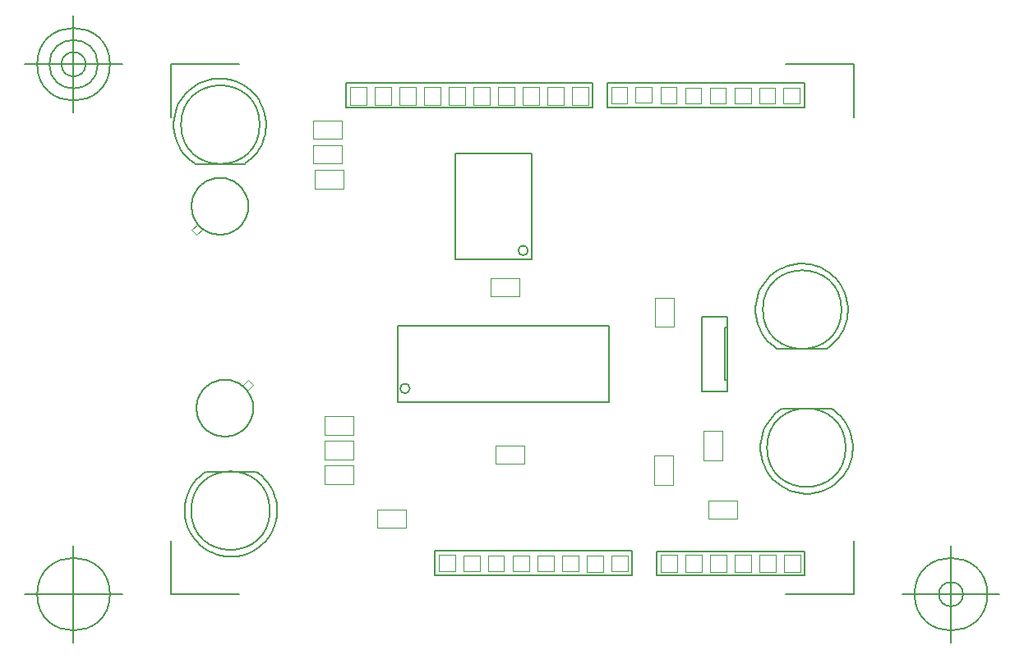
<source format=gbr>
G04 Generated by Ultiboard 13.0 *
%FSLAX34Y34*%
%MOMM*%

%ADD10C,0.0001*%
%ADD11C,0.1778*%
%ADD12C,0.0010*%
%ADD13C,0.2032*%
%ADD14C,0.1000*%
%ADD15C,0.1270*%


G04 ColorRGB 0000FF for the following layer *
%LN3D-Info Top*%
%LPD*%
G54D10*
G54D11*
X471170Y617220D02*
X471059Y619766D01*
X470726Y622292D01*
X470175Y624780D01*
X469408Y627210D01*
X468433Y629565D01*
X467257Y631825D01*
X465887Y633974D01*
X464336Y635996D01*
X462615Y637875D01*
X460736Y639596D01*
X458714Y641147D01*
X456565Y642517D01*
X454305Y643693D01*
X451950Y644668D01*
X449520Y645435D01*
X447032Y645986D01*
X444506Y646319D01*
X441960Y646430D01*
X439414Y646319D01*
X436888Y645986D01*
X434400Y645435D01*
X431970Y644668D01*
X429615Y643693D01*
X427355Y642517D01*
X425206Y641147D01*
X423184Y639596D01*
X421305Y637875D01*
X419584Y635996D01*
X418033Y633974D01*
X416663Y631825D01*
X415487Y629565D01*
X414512Y627210D01*
X413745Y624780D01*
X413194Y622292D01*
X412861Y619766D01*
X412750Y617220D01*
X412861Y614674D01*
X413194Y612148D01*
X413745Y609660D01*
X414512Y607230D01*
X415487Y604875D01*
X416663Y602615D01*
X418033Y600466D01*
X419584Y598444D01*
X421305Y596565D01*
X423184Y594844D01*
X425206Y593293D01*
X427355Y591923D01*
X429615Y590747D01*
X431970Y589772D01*
X434400Y589005D01*
X436888Y588454D01*
X439414Y588121D01*
X441960Y588010D01*
X444506Y588121D01*
X447032Y588454D01*
X449520Y589005D01*
X451950Y589772D01*
X454305Y590747D01*
X456565Y591923D01*
X458714Y593293D01*
X460736Y594844D01*
X462615Y596565D01*
X464336Y598444D01*
X465887Y600466D01*
X467257Y602615D01*
X468433Y604875D01*
X469408Y607230D01*
X470175Y609660D01*
X470726Y612148D01*
X471059Y614674D01*
X471170Y617220D01*
X471170Y617220D01*
X427304Y343324D02*
X423921Y340911D01*
X420762Y338213D01*
X417850Y335249D01*
X415207Y332044D01*
X412854Y328620D01*
X410808Y325003D01*
X409085Y321223D01*
X407698Y317306D01*
X406658Y313284D01*
X405972Y309186D01*
X405646Y305044D01*
X405682Y300890D01*
X406081Y296754D01*
X406838Y292669D01*
X407948Y288665D01*
X409403Y284774D01*
X411192Y281024D01*
X413300Y277444D01*
X415713Y274061D01*
X418411Y270902D01*
X421375Y267990D01*
X424581Y265347D01*
X428005Y262994D01*
X431621Y260948D01*
X435401Y259225D01*
X439318Y257838D01*
X443340Y256798D01*
X447438Y256112D01*
X451580Y255786D01*
X455735Y255822D01*
X459870Y256221D01*
X463955Y256978D01*
X467959Y258088D01*
X471851Y259543D01*
X475601Y261332D01*
X479181Y263440D01*
X482563Y265853D01*
X485722Y268551D01*
X488634Y271515D01*
X491277Y274721D01*
X493630Y278145D01*
X495676Y281761D01*
X497399Y285541D01*
X498786Y289458D01*
X499826Y293480D01*
X500512Y297578D01*
X500838Y301720D01*
X500802Y305875D01*
X500404Y310010D01*
X499646Y314095D01*
X498536Y318099D01*
X497081Y321991D01*
X495292Y325741D01*
X493184Y329321D01*
X490771Y332703D01*
X488073Y335862D01*
X485109Y338774D01*
X481904Y341417D01*
X479181Y343324D01*
X412314Y303282D02*
G75*
D01*
G02X412314Y303282I40528J0*
G01*
X478642Y343599D02*
X427842Y343599D01*
X1067338Y470598D02*
X1070721Y473011D01*
X1073880Y475709D01*
X1076792Y478673D01*
X1079435Y481879D01*
X1081788Y485303D01*
X1083834Y488919D01*
X1085557Y492699D01*
X1086944Y496616D01*
X1087984Y500638D01*
X1088670Y504736D01*
X1088996Y508878D01*
X1088960Y513033D01*
X1088562Y517168D01*
X1087804Y521253D01*
X1086694Y525257D01*
X1085239Y529149D01*
X1083450Y532899D01*
X1081342Y536478D01*
X1078929Y539861D01*
X1076231Y543020D01*
X1073267Y545932D01*
X1070061Y548575D01*
X1066637Y550928D01*
X1063021Y552974D01*
X1059241Y554697D01*
X1055324Y556084D01*
X1051302Y557124D01*
X1047204Y557810D01*
X1043062Y558136D01*
X1038907Y558100D01*
X1034772Y557702D01*
X1030687Y556944D01*
X1026683Y555834D01*
X1022791Y554379D01*
X1019041Y552590D01*
X1015462Y550482D01*
X1012079Y548069D01*
X1008920Y545371D01*
X1006008Y542407D01*
X1003365Y539201D01*
X1001012Y535777D01*
X998966Y532161D01*
X997243Y528381D01*
X995856Y524464D01*
X994816Y520442D01*
X994130Y516344D01*
X993804Y512202D01*
X993840Y508047D01*
X994238Y503912D01*
X994996Y499827D01*
X996106Y495823D01*
X997561Y491931D01*
X999350Y488181D01*
X1001458Y484602D01*
X1003871Y481219D01*
X1006569Y478060D01*
X1009533Y475148D01*
X1012739Y472505D01*
X1015462Y470598D01*
X1001272Y510640D02*
G75*
D01*
G02X1001272Y510640I40528J0*
G01*
X1016000Y470323D02*
X1066800Y470323D01*
X1020542Y408242D02*
X1017159Y405829D01*
X1014000Y403131D01*
X1011088Y400167D01*
X1008445Y396961D01*
X1006092Y393537D01*
X1004046Y389921D01*
X1002323Y386141D01*
X1000936Y382224D01*
X999896Y378202D01*
X999210Y374104D01*
X998884Y369962D01*
X998920Y365807D01*
X999318Y361672D01*
X1000076Y357587D01*
X1001186Y353583D01*
X1002641Y349691D01*
X1004430Y345941D01*
X1006538Y342362D01*
X1008951Y338979D01*
X1011649Y335820D01*
X1014613Y332908D01*
X1017819Y330265D01*
X1021243Y327912D01*
X1024859Y325866D01*
X1028639Y324143D01*
X1032556Y322756D01*
X1036578Y321716D01*
X1040676Y321030D01*
X1044818Y320704D01*
X1048973Y320740D01*
X1053108Y321138D01*
X1057193Y321896D01*
X1061197Y323006D01*
X1065089Y324461D01*
X1068839Y326250D01*
X1072418Y328358D01*
X1075801Y330771D01*
X1078960Y333469D01*
X1081872Y336433D01*
X1084515Y339639D01*
X1086868Y343063D01*
X1088914Y346679D01*
X1090637Y350459D01*
X1092024Y354376D01*
X1093064Y358398D01*
X1093750Y362496D01*
X1094076Y366638D01*
X1094040Y370793D01*
X1093642Y374928D01*
X1092884Y379013D01*
X1091774Y383017D01*
X1090319Y386909D01*
X1088530Y390659D01*
X1086422Y394238D01*
X1084009Y397621D01*
X1081311Y400780D01*
X1078347Y403692D01*
X1075141Y406335D01*
X1072418Y408242D01*
X1005552Y368200D02*
G75*
D01*
G02X1005552Y368200I40528J0*
G01*
X1071880Y408517D02*
X1021080Y408517D01*
X417830Y408940D02*
X417941Y406394D01*
X418274Y403868D01*
X418825Y401380D01*
X419592Y398950D01*
X420567Y396595D01*
X421743Y394335D01*
X423113Y392186D01*
X424664Y390164D01*
X426385Y388285D01*
X428264Y386564D01*
X430286Y385013D01*
X432435Y383643D01*
X434695Y382467D01*
X437050Y381492D01*
X439480Y380725D01*
X441968Y380174D01*
X444494Y379841D01*
X447040Y379730D01*
X449586Y379841D01*
X452112Y380174D01*
X454600Y380725D01*
X457030Y381492D01*
X459385Y382467D01*
X461645Y383643D01*
X463794Y385013D01*
X465816Y386564D01*
X467695Y388285D01*
X469416Y390164D01*
X470967Y392186D01*
X472337Y394335D01*
X473513Y396595D01*
X474488Y398950D01*
X475255Y401380D01*
X475806Y403868D01*
X476139Y406394D01*
X476250Y408940D01*
X476139Y411486D01*
X475806Y414012D01*
X475255Y416500D01*
X474488Y418930D01*
X473513Y421285D01*
X472337Y423545D01*
X470967Y425694D01*
X469416Y427716D01*
X467695Y429595D01*
X465816Y431316D01*
X463794Y432867D01*
X461645Y434237D01*
X459385Y435413D01*
X457030Y436388D01*
X454600Y437155D01*
X452112Y437706D01*
X449586Y438039D01*
X447040Y438150D01*
X444494Y438039D01*
X441968Y437706D01*
X439480Y437155D01*
X437050Y436388D01*
X434695Y435413D01*
X432435Y434237D01*
X430286Y432867D01*
X428264Y431316D01*
X426385Y429595D01*
X424664Y427716D01*
X423113Y425694D01*
X421743Y423545D01*
X420567Y421285D01*
X419592Y418930D01*
X418825Y416500D01*
X418274Y414012D01*
X417941Y411486D01*
X417830Y408940D01*
X467898Y661394D02*
X471281Y663807D01*
X474440Y666505D01*
X477352Y669468D01*
X479995Y672674D01*
X482348Y676098D01*
X484394Y679714D01*
X486117Y683495D01*
X487504Y687412D01*
X488544Y691434D01*
X489230Y695532D01*
X489556Y699674D01*
X489520Y703828D01*
X489122Y707964D01*
X488364Y712049D01*
X487254Y716053D01*
X485799Y719944D01*
X484010Y723694D01*
X481902Y727274D01*
X479489Y730657D01*
X476791Y733816D01*
X473827Y736728D01*
X470621Y739371D01*
X467197Y741724D01*
X463581Y743770D01*
X459801Y745493D01*
X455884Y746880D01*
X451862Y747920D01*
X447764Y748606D01*
X443622Y748932D01*
X439467Y748896D01*
X435332Y748497D01*
X431247Y747740D01*
X427243Y746630D01*
X423351Y745175D01*
X419601Y743386D01*
X416022Y741277D01*
X412639Y738865D01*
X409480Y736166D01*
X406568Y733203D01*
X403925Y729997D01*
X401572Y726573D01*
X399526Y722957D01*
X397803Y719176D01*
X396416Y715260D01*
X395376Y711238D01*
X394690Y707140D01*
X394364Y702998D01*
X394400Y698843D01*
X394798Y694708D01*
X395556Y690622D01*
X396666Y686619D01*
X398121Y682727D01*
X399910Y678977D01*
X402018Y675397D01*
X404431Y672015D01*
X407129Y668856D01*
X410093Y665944D01*
X413299Y663301D01*
X416022Y661394D01*
X401832Y701436D02*
G75*
D01*
G02X401832Y701436I40528J0*
G01*
X416560Y661119D02*
X467360Y661119D01*
X961771Y492330D02*
X965021Y492330D01*
X965021Y437730D01*
X961771Y437730D01*
X961771Y492330D01*
X938810Y503575D02*
X964860Y503575D01*
X964860Y426235D01*
X938810Y426235D01*
X938810Y503575D01*
G54D12*
X424180Y594106D02*
X418084Y587756D01*
X412750Y592836D01*
X419100Y599186D01*
X424180Y594106D01*
X1039275Y723139D02*
X1022575Y723139D01*
X1022575Y739537D01*
X1039275Y739537D01*
X1039275Y723139D01*
X1014030Y723250D02*
X997330Y723250D01*
X997330Y739649D01*
X1014030Y739649D01*
X1014030Y723250D01*
X988880Y723370D02*
X972180Y723370D01*
X972180Y739769D01*
X988880Y739769D01*
X988880Y723370D01*
X963210Y723360D02*
X946510Y723360D01*
X946510Y739759D01*
X963210Y739759D01*
X963210Y723360D01*
X937890Y723360D02*
X921190Y723360D01*
X921190Y739759D01*
X937890Y739759D01*
X937890Y723360D01*
X912510Y723670D02*
X895810Y723670D01*
X895810Y740069D01*
X912510Y740069D01*
X912510Y723670D01*
X886840Y723960D02*
X870140Y723960D01*
X870140Y740359D01*
X886840Y740359D01*
X886840Y723960D01*
X861690Y723670D02*
X844990Y723670D01*
X844990Y740069D01*
X861690Y740069D01*
X861690Y723670D01*
X575660Y740110D02*
X592890Y740110D01*
X592890Y721940D01*
X575660Y721940D01*
X575660Y740110D01*
X601059Y740110D02*
X618289Y740110D01*
X618289Y721940D01*
X601059Y721940D01*
X601059Y740110D01*
X626458Y740110D02*
X643688Y740110D01*
X643688Y721940D01*
X626458Y721940D01*
X626458Y740110D01*
X651857Y740110D02*
X669087Y740110D01*
X669087Y721940D01*
X651857Y721940D01*
X651857Y740110D01*
X677256Y740110D02*
X694486Y740110D01*
X694486Y721940D01*
X677256Y721940D01*
X677256Y740110D01*
X702654Y740110D02*
X719884Y740110D01*
X719884Y721940D01*
X702654Y721940D01*
X702654Y740110D01*
X728053Y740110D02*
X745283Y740110D01*
X745283Y721940D01*
X728053Y721940D01*
X728053Y740110D01*
X753452Y740110D02*
X770682Y740110D01*
X770682Y721940D01*
X753452Y721940D01*
X753452Y740110D01*
X778851Y740110D02*
X796081Y740110D01*
X796081Y721940D01*
X778851Y721940D01*
X778851Y740110D01*
X804250Y740110D02*
X821480Y740110D01*
X821480Y721940D01*
X804250Y721940D01*
X804250Y740110D01*
X667605Y257302D02*
X684305Y257302D01*
X684305Y240903D01*
X667605Y240903D01*
X667605Y257302D01*
X692850Y257190D02*
X709550Y257190D01*
X709550Y240791D01*
X692850Y240791D01*
X692850Y257190D01*
X718000Y257070D02*
X734700Y257070D01*
X734700Y240671D01*
X718000Y240671D01*
X718000Y257070D01*
X743670Y257080D02*
X760370Y257080D01*
X760370Y240681D01*
X743670Y240681D01*
X743670Y257080D01*
X768990Y257080D02*
X785690Y257080D01*
X785690Y240681D01*
X768990Y240681D01*
X768990Y257080D01*
X794370Y256770D02*
X811070Y256770D01*
X811070Y240371D01*
X794370Y240371D01*
X794370Y256770D01*
X820040Y256480D02*
X836740Y256480D01*
X836740Y240081D01*
X820040Y240081D01*
X820040Y256480D01*
X845190Y256770D02*
X861890Y256770D01*
X861890Y240371D01*
X845190Y240371D01*
X845190Y256770D01*
X895980Y257350D02*
X912880Y257350D01*
X912880Y239920D01*
X895980Y239920D01*
X895980Y257350D01*
X1022850Y257350D02*
X1039750Y257350D01*
X1039750Y239920D01*
X1022850Y239920D01*
X1022850Y257350D01*
X921354Y257350D02*
X938254Y257350D01*
X938254Y239920D01*
X921354Y239920D01*
X921354Y257350D01*
X946728Y257350D02*
X963628Y257350D01*
X963628Y239920D01*
X946728Y239920D01*
X946728Y257350D01*
X972102Y257350D02*
X989002Y257350D01*
X989002Y239920D01*
X972102Y239920D01*
X972102Y257350D01*
X997476Y257350D02*
X1014376Y257350D01*
X1014376Y239920D01*
X997476Y239920D01*
X997476Y257350D01*
X464820Y432054D02*
X470916Y438404D01*
X476250Y433324D01*
X469900Y426974D01*
X464820Y432054D01*
G54D13*
X1043917Y718878D02*
X840717Y718878D01*
X840717Y744250D01*
X1043917Y744250D01*
X1043917Y718878D01*
X825457Y719234D02*
X571645Y719234D01*
X571645Y744108D01*
X825457Y744108D01*
X825457Y719234D01*
X662963Y261562D02*
X866163Y261562D01*
X866163Y236190D01*
X662963Y236190D01*
X662963Y261562D01*
X891807Y261473D02*
X1043877Y261473D01*
X1043877Y236304D01*
X891807Y236304D01*
X891807Y261473D01*
X763270Y562620D02*
X763270Y671820D01*
X684530Y671820D02*
X684530Y562620D01*
X763270Y562620D01*
X749380Y571580D02*
G75*
D01*
G02X749380Y571580I5000J0*
G01*
X763270Y671820D02*
X684530Y671820D01*
X625060Y415310D02*
X843060Y415310D01*
X843060Y494010D02*
X625060Y494010D01*
X625060Y415310D01*
X627540Y429260D02*
G75*
D01*
G02X627540Y429260I5000J0*
G01*
X843060Y415310D02*
X843060Y494010D01*
G54D14*
X579600Y356160D02*
X549600Y356160D01*
X549600Y375160D01*
X579600Y375160D01*
X579600Y356160D01*
X579600Y330760D02*
X549600Y330760D01*
X549600Y349760D01*
X579600Y349760D01*
X579600Y330760D01*
X538000Y680160D02*
X568000Y680160D01*
X568000Y661160D01*
X538000Y661160D01*
X538000Y680160D01*
X569440Y635560D02*
X539440Y635560D01*
X539440Y654560D01*
X569440Y654560D01*
X569440Y635560D01*
X538000Y705560D02*
X568000Y705560D01*
X568000Y686560D01*
X538000Y686560D01*
X538000Y705560D01*
X720880Y543000D02*
X750880Y543000D01*
X750880Y524000D01*
X720880Y524000D01*
X720880Y543000D01*
X725960Y370280D02*
X755960Y370280D01*
X755960Y351280D01*
X725960Y351280D01*
X725960Y370280D01*
X940360Y355120D02*
X959360Y355120D01*
X959360Y385120D01*
X940360Y385120D01*
X940360Y355120D01*
X889560Y329720D02*
X908560Y329720D01*
X908560Y359720D01*
X889560Y359720D01*
X889560Y329720D01*
X890380Y492900D02*
X909380Y492900D01*
X909380Y522900D01*
X890380Y522900D01*
X890380Y492900D01*
X945020Y313580D02*
X975020Y313580D01*
X975020Y294580D01*
X945020Y294580D01*
X945020Y313580D01*
X579600Y381560D02*
X549600Y381560D01*
X549600Y400560D01*
X579600Y400560D01*
X579600Y381560D01*
X604040Y304240D02*
X634040Y304240D01*
X634040Y285240D01*
X604040Y285240D01*
X604040Y304240D01*
G54D15*
X391160Y217001D02*
X391160Y271674D01*
X391160Y217001D02*
X461556Y217001D01*
X1095121Y217001D02*
X1024725Y217001D01*
X1095121Y217001D02*
X1095121Y271674D01*
X1095121Y763735D02*
X1095121Y709062D01*
X1095121Y763735D02*
X1024725Y763735D01*
X391160Y763735D02*
X461556Y763735D01*
X391160Y763735D02*
X391160Y709062D01*
X341160Y217001D02*
X241160Y217001D01*
X291160Y167001D02*
X291160Y267001D01*
X253660Y217001D02*
G75*
D01*
G02X253660Y217001I37500J0*
G01*
X1145121Y217001D02*
X1245121Y217001D01*
X1195121Y167001D02*
X1195121Y267001D01*
X1157621Y217001D02*
G75*
D01*
G02X1157621Y217001I37500J0*
G01*
X1182621Y217001D02*
G75*
D01*
G02X1182621Y217001I12500J0*
G01*
X341160Y763735D02*
X241160Y763735D01*
X291160Y713735D02*
X291160Y813735D01*
X253660Y763735D02*
G75*
D01*
G02X253660Y763735I37500J0*
G01*
X266160Y763735D02*
G75*
D01*
G02X266160Y763735I25000J0*
G01*
X278660Y763735D02*
G75*
D01*
G02X278660Y763735I12500J0*
G01*

M02*

</source>
